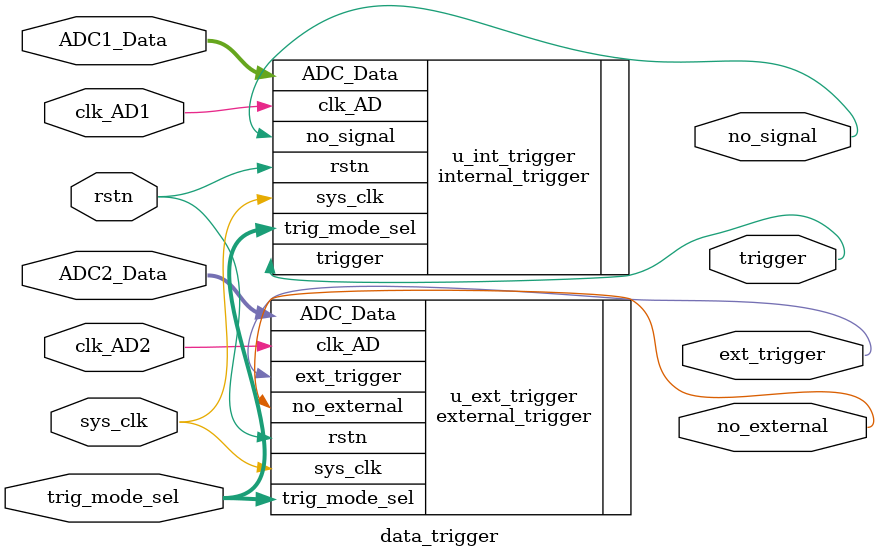
<source format=v>
`timescale 1ns / 1ps


module data_trigger(
	input sys_clk,
	input rstn,
	
	input clk_AD1,
	input clk_AD2,
	
	input [1:0]  trig_mode_sel,
	input [11:0] ADC1_Data,
	input [11:0] ADC2_Data,
	
	output  no_signal,
	output	no_external,
	output  trigger,
	output  ext_trigger
    );
 
internal_trigger u_int_trigger(
    .sys_clk(sys_clk),
    .clk_AD(clk_AD1),
 
    .rstn	(rstn),
    
    .ADC_Data(ADC1_Data),

    .trig_mode_sel(trig_mode_sel),
    .no_signal(no_signal),
    
    .trigger(trigger)
);

external_trigger u_ext_trigger(
    .sys_clk(sys_clk),
    .clk_AD(clk_AD2),
 
    .rstn	(rstn),
    
    .ADC_Data(ADC2_Data),

    .trig_mode_sel(trig_mode_sel),
    .no_external(no_external),
    
    .ext_trigger(ext_trigger)
); 
    
endmodule

</source>
